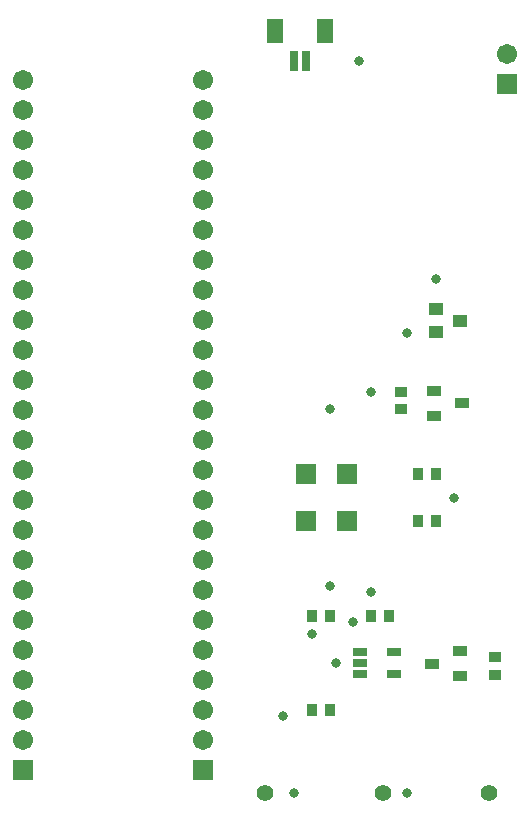
<source format=gts>
G04*
G04 #@! TF.GenerationSoftware,Altium Limited,Altium Designer,20.0.12 (288)*
G04*
G04 Layer_Color=8388736*
%FSLAX44Y44*%
%MOMM*%
G71*
G01*
G75*
%ADD22C,1.4032*%
%ADD23R,1.1032X0.9032*%
%ADD24R,1.1532X0.8532*%
%ADD25R,1.1532X1.0032*%
%ADD26R,0.9032X1.1032*%
%ADD27R,1.3032X0.8032*%
%ADD28R,1.7032X1.7032*%
%ADD29R,1.4032X2.0032*%
%ADD30R,0.8032X1.7532*%
%ADD31R,1.7032X1.7032*%
%ADD32C,1.7032*%
%ADD33C,0.8032*%
D22*
X355000Y30000D02*
D03*
X445000D02*
D03*
X255000Y30157D02*
D03*
D23*
X370000Y370000D02*
D03*
Y355000D02*
D03*
X450000Y145000D02*
D03*
Y130000D02*
D03*
D24*
X421750Y360000D02*
D03*
X398250Y349500D02*
D03*
Y370500D02*
D03*
X396500Y139500D02*
D03*
X420000Y150000D02*
D03*
Y129000D02*
D03*
D25*
X400000Y439500D02*
D03*
Y420500D02*
D03*
X420000Y430000D02*
D03*
D26*
X360000Y180000D02*
D03*
X345000D02*
D03*
X400000Y300000D02*
D03*
X385000D02*
D03*
X400000Y260000D02*
D03*
X385000D02*
D03*
X310000Y180000D02*
D03*
X295000D02*
D03*
X310000Y100000D02*
D03*
X295000D02*
D03*
D27*
X336000Y149500D02*
D03*
Y140000D02*
D03*
Y130500D02*
D03*
X364000D02*
D03*
Y149500D02*
D03*
D28*
X290000Y300000D02*
D03*
X325000D02*
D03*
X290000Y260000D02*
D03*
X325000D02*
D03*
D29*
X264000Y675250D02*
D03*
X306000D02*
D03*
D30*
X290000Y650000D02*
D03*
X280000D02*
D03*
D31*
X460000Y630000D02*
D03*
X202400Y50000D02*
D03*
X50000D02*
D03*
D32*
X460000Y655400D02*
D03*
X202400Y634200D02*
D03*
Y608800D02*
D03*
Y583400D02*
D03*
Y558000D02*
D03*
Y532600D02*
D03*
Y507200D02*
D03*
Y481800D02*
D03*
Y456400D02*
D03*
Y431000D02*
D03*
Y405600D02*
D03*
Y380200D02*
D03*
Y354800D02*
D03*
Y329400D02*
D03*
Y304000D02*
D03*
Y278600D02*
D03*
Y253200D02*
D03*
Y227800D02*
D03*
Y202400D02*
D03*
Y177000D02*
D03*
Y151600D02*
D03*
Y126200D02*
D03*
Y100800D02*
D03*
Y75400D02*
D03*
X50000Y634200D02*
D03*
Y608800D02*
D03*
Y583400D02*
D03*
Y558000D02*
D03*
Y532600D02*
D03*
Y507200D02*
D03*
Y481800D02*
D03*
Y456400D02*
D03*
Y431000D02*
D03*
Y405600D02*
D03*
Y380200D02*
D03*
Y354800D02*
D03*
Y329400D02*
D03*
Y304000D02*
D03*
Y278600D02*
D03*
Y253200D02*
D03*
Y227800D02*
D03*
Y202400D02*
D03*
Y177000D02*
D03*
Y151600D02*
D03*
Y126200D02*
D03*
Y100800D02*
D03*
Y75400D02*
D03*
D33*
X375000Y30000D02*
D03*
X345000Y370000D02*
D03*
X295000Y165000D02*
D03*
X330000Y175000D02*
D03*
X335000Y650000D02*
D03*
X280000Y30157D02*
D03*
X345000Y200000D02*
D03*
X310000Y355000D02*
D03*
Y205000D02*
D03*
X315000Y140000D02*
D03*
X415000Y280000D02*
D03*
X400000Y465000D02*
D03*
X375000Y420000D02*
D03*
X270000Y95000D02*
D03*
M02*

</source>
